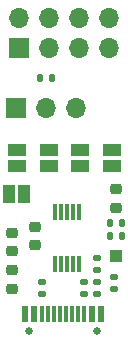
<source format=gbr>
%TF.GenerationSoftware,KiCad,Pcbnew,6.0.11+dfsg-1~bpo11+1*%
%TF.CreationDate,2024-04-18T22:27:08+09:00*%
%TF.ProjectId,pcb-interface,7063622d-696e-4746-9572-666163652e6b,rev?*%
%TF.SameCoordinates,Original*%
%TF.FileFunction,Soldermask,Top*%
%TF.FilePolarity,Negative*%
%FSLAX46Y46*%
G04 Gerber Fmt 4.6, Leading zero omitted, Abs format (unit mm)*
G04 Created by KiCad (PCBNEW 6.0.11+dfsg-1~bpo11+1) date 2024-04-18 22:27:08*
%MOMM*%
%LPD*%
G01*
G04 APERTURE LIST*
G04 Aperture macros list*
%AMRoundRect*
0 Rectangle with rounded corners*
0 $1 Rounding radius*
0 $2 $3 $4 $5 $6 $7 $8 $9 X,Y pos of 4 corners*
0 Add a 4 corners polygon primitive as box body*
4,1,4,$2,$3,$4,$5,$6,$7,$8,$9,$2,$3,0*
0 Add four circle primitives for the rounded corners*
1,1,$1+$1,$2,$3*
1,1,$1+$1,$4,$5*
1,1,$1+$1,$6,$7*
1,1,$1+$1,$8,$9*
0 Add four rect primitives between the rounded corners*
20,1,$1+$1,$2,$3,$4,$5,0*
20,1,$1+$1,$4,$5,$6,$7,0*
20,1,$1+$1,$6,$7,$8,$9,0*
20,1,$1+$1,$8,$9,$2,$3,0*%
G04 Aperture macros list end*
%ADD10R,0.300000X1.400000*%
%ADD11RoundRect,0.135000X0.185000X-0.135000X0.185000X0.135000X-0.185000X0.135000X-0.185000X-0.135000X0*%
%ADD12R,1.500000X1.000000*%
%ADD13RoundRect,0.135000X0.135000X0.185000X-0.135000X0.185000X-0.135000X-0.185000X0.135000X-0.185000X0*%
%ADD14RoundRect,0.135000X-0.185000X0.135000X-0.185000X-0.135000X0.185000X-0.135000X0.185000X0.135000X0*%
%ADD15R,1.000000X1.500000*%
%ADD16RoundRect,0.218750X-0.256250X0.218750X-0.256250X-0.218750X0.256250X-0.218750X0.256250X0.218750X0*%
%ADD17C,0.650000*%
%ADD18R,0.600000X1.450000*%
%ADD19R,0.300000X1.450000*%
%ADD20RoundRect,0.225000X-0.250000X0.225000X-0.250000X-0.225000X0.250000X-0.225000X0.250000X0.225000X0*%
%ADD21RoundRect,0.135000X-0.135000X-0.185000X0.135000X-0.185000X0.135000X0.185000X-0.135000X0.185000X0*%
%ADD22R,1.700000X1.700000*%
%ADD23O,1.700000X1.700000*%
%ADD24R,1.000000X1.000000*%
G04 APERTURE END LIST*
D10*
%TO.C,U1*%
X74463400Y-110835900D03*
X74963400Y-110835900D03*
X75463400Y-110835900D03*
X75963400Y-110835900D03*
X76463400Y-110835900D03*
X76463400Y-106435900D03*
X75963400Y-106435900D03*
X75463400Y-106435900D03*
X74963400Y-106435900D03*
X74463400Y-106435900D03*
%TD*%
D11*
%TO.C,R3*%
X79425800Y-112928500D03*
X79425800Y-111908500D03*
%TD*%
D12*
%TO.C,JP5*%
X71247000Y-102519000D03*
X71247000Y-101219000D03*
%TD*%
D13*
%TO.C,R7*%
X80141000Y-108458100D03*
X79121000Y-108458100D03*
%TD*%
D14*
%TO.C,R1*%
X73329800Y-112393100D03*
X73329800Y-113413100D03*
%TD*%
D15*
%TO.C,JP1*%
X71846200Y-104902000D03*
X70546200Y-104902000D03*
%TD*%
D12*
%TO.C,JP3*%
X73914000Y-102519000D03*
X73914000Y-101219000D03*
%TD*%
D16*
%TO.C,D1*%
X79629000Y-104495500D03*
X79629000Y-106070500D03*
%TD*%
D17*
%TO.C,USB1*%
X72217800Y-116503900D03*
X77997800Y-116503900D03*
D18*
X71882800Y-115058900D03*
X72657800Y-115058900D03*
D19*
X73357800Y-115058900D03*
X73857800Y-115058900D03*
X74357800Y-115058900D03*
X74857800Y-115058900D03*
X75357800Y-115058900D03*
X75857800Y-115058900D03*
X76357800Y-115058900D03*
X76857800Y-115058900D03*
D18*
X77557800Y-115058900D03*
X78332800Y-115058900D03*
%TD*%
D20*
%TO.C,C2*%
X72720200Y-107683100D03*
X72720200Y-109233100D03*
%TD*%
D21*
%TO.C,R6*%
X79121000Y-107391300D03*
X80141000Y-107391300D03*
%TD*%
D14*
%TO.C,R2*%
X76860400Y-112391100D03*
X76860400Y-113411100D03*
%TD*%
D11*
%TO.C,R5*%
X78003400Y-113411100D03*
X78003400Y-112391100D03*
%TD*%
D20*
%TO.C,C4*%
X70789800Y-108191100D03*
X70789800Y-109741100D03*
%TD*%
D12*
%TO.C,JP2*%
X76581000Y-102519000D03*
X76581000Y-101219000D03*
%TD*%
%TO.C,JP4*%
X79248000Y-102519000D03*
X79248000Y-101219000D03*
%TD*%
D22*
%TO.C,J1*%
X71120000Y-97663000D03*
D23*
X73660000Y-97663000D03*
X76200000Y-97663000D03*
%TD*%
D20*
%TO.C,C1*%
X70789800Y-111378500D03*
X70789800Y-112928500D03*
%TD*%
D21*
%TO.C,R8*%
X73150000Y-95123000D03*
X74170000Y-95123000D03*
%TD*%
D11*
%TO.C,R4*%
X78003400Y-111328300D03*
X78003400Y-110308300D03*
%TD*%
D24*
%TO.C,TP1*%
X79603600Y-110159800D03*
%TD*%
D22*
%TO.C,J5*%
X71374000Y-92583000D03*
D23*
X71374000Y-90043000D03*
X73914000Y-92583000D03*
X73914000Y-90043000D03*
X76454000Y-92583000D03*
X76454000Y-90043000D03*
X78994000Y-92583000D03*
X78994000Y-90043000D03*
%TD*%
M02*

</source>
